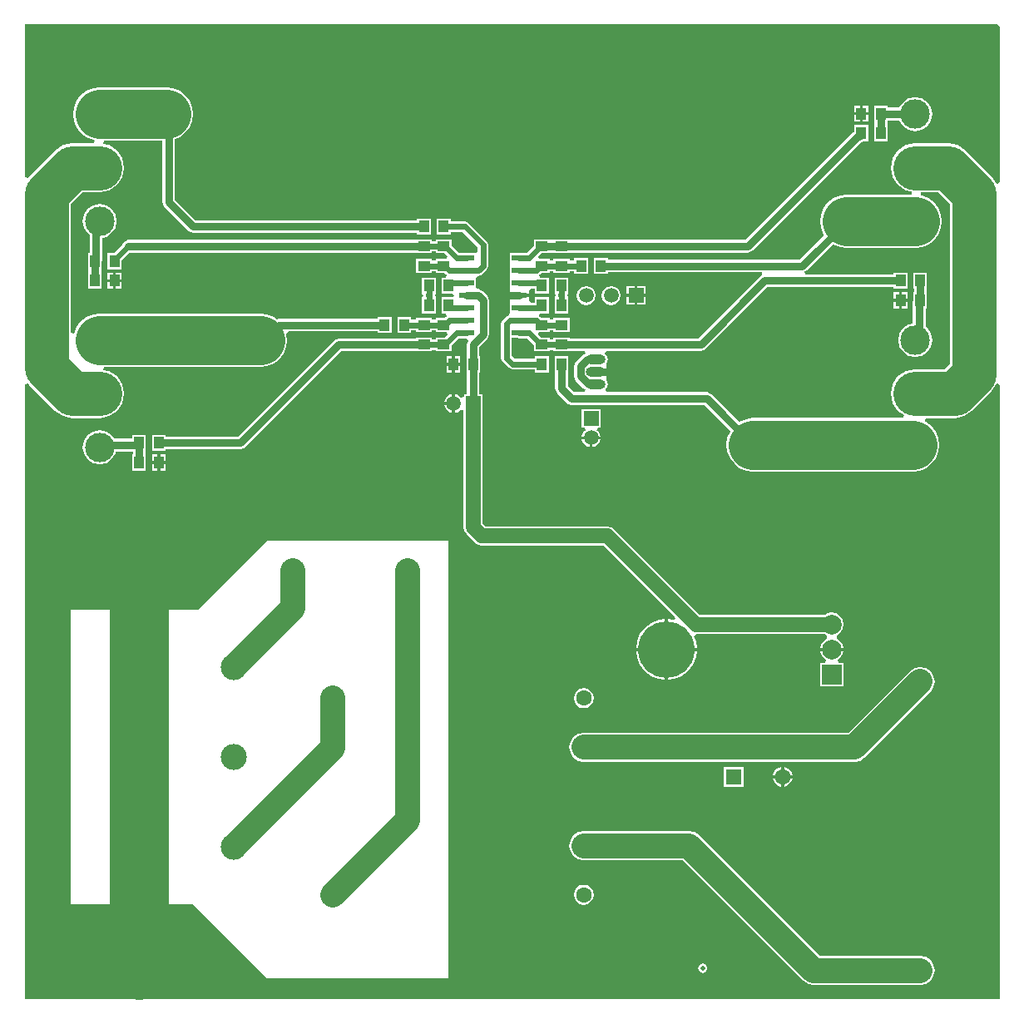
<source format=gtl>
G04*
G04 #@! TF.GenerationSoftware,Altium Limited,Altium Designer,20.0.10 (225)*
G04*
G04 Layer_Physical_Order=1*
G04 Layer_Color=255*
%FSLAX44Y44*%
%MOMM*%
G71*
G01*
G75*
%ADD12C,0.5000*%
%ADD26C,5.7500*%
%ADD32R,1.2500X1.0000*%
%ADD33R,1.0000X1.2500*%
%ADD34R,1.5500X0.6000*%
%ADD35C,6.0000*%
%ADD36C,0.8000*%
%ADD37C,2.5000*%
%ADD38C,0.6000*%
%ADD39C,5.0000*%
%ADD40C,4.5000*%
%ADD41C,1.5000*%
%ADD42C,1.6000*%
%ADD43C,1.5000*%
%ADD44R,1.5000X1.5000*%
%ADD45R,1.5000X1.5000*%
%ADD46O,2.0000X1.0000*%
%ADD47O,2.0000X1.0000*%
%ADD48C,2.0000*%
%ADD49R,1.6000X1.6000*%
%ADD50C,5.6000*%
%ADD51C,2.6500*%
%ADD52C,2.5000*%
%ADD53C,3.0000*%
%ADD54R,2.0000X2.0000*%
%ADD55C,0.7000*%
G36*
X995941Y993331D02*
Y835160D01*
X993159Y833376D01*
X992941Y833405D01*
X987663Y841303D01*
X961303Y867664D01*
X953199Y873079D01*
X943640Y874980D01*
X910000D01*
X900441Y873079D01*
X892337Y867664D01*
X886922Y859559D01*
X885020Y850000D01*
X886922Y840441D01*
X892337Y832337D01*
X900441Y826922D01*
X906416Y825733D01*
X906120Y822733D01*
X840500D01*
X833452Y821805D01*
X826883Y819084D01*
X821243Y814757D01*
X816916Y809117D01*
X814195Y802549D01*
X813267Y795500D01*
X814195Y788452D01*
X816916Y781884D01*
X817256Y781440D01*
X792310Y756494D01*
X597000D01*
Y758250D01*
X583000D01*
Y741750D01*
X597000D01*
Y743506D01*
X753769D01*
X754366Y740506D01*
X752153Y739589D01*
X689058Y676494D01*
X558250D01*
Y677000D01*
X541750D01*
Y675412D01*
X538250D01*
Y677000D01*
X529404D01*
X526175Y680228D01*
X527323Y683000D01*
X538250D01*
Y684588D01*
X541750D01*
Y683000D01*
X558250D01*
Y697000D01*
X541750D01*
Y695412D01*
X538250D01*
Y697000D01*
X529404D01*
X527977Y698427D01*
X527197Y698750D01*
X527793Y701750D01*
X537000D01*
Y718250D01*
X523000D01*
Y712712D01*
X518469D01*
X516750Y715000D01*
X516750Y715712D01*
Y718500D01*
X497250D01*
Y715300D01*
X497250Y715000D01*
Y712300D01*
X497250Y712000D01*
Y702950D01*
X497250Y702300D01*
X496466Y699625D01*
X493573Y698427D01*
X493573Y698427D01*
X490058Y694912D01*
X488473Y691085D01*
X488473Y691085D01*
Y656115D01*
X488473Y656115D01*
X490058Y652288D01*
X496173Y646173D01*
X496173Y646173D01*
X500000Y644588D01*
X500000Y644588D01*
X523000D01*
Y641750D01*
X537000D01*
Y658250D01*
X523000D01*
Y655412D01*
X502242D01*
X499297Y658356D01*
Y676900D01*
X506005D01*
X507000Y676488D01*
X514608D01*
X521750Y669346D01*
Y663000D01*
X538250D01*
Y664588D01*
X541750D01*
Y663000D01*
X558250D01*
Y663506D01*
X573698D01*
X574295Y660506D01*
X571166Y659210D01*
X564408Y652451D01*
X562506Y647859D01*
Y637744D01*
X564408Y633152D01*
X572169Y625390D01*
X574332Y624494D01*
X573736Y621494D01*
X562690D01*
X556494Y627690D01*
Y641750D01*
X557000D01*
Y658250D01*
X543000D01*
Y641750D01*
X543506D01*
Y625000D01*
X545408Y620408D01*
X555408Y610408D01*
X560000Y608506D01*
X695310D01*
X721756Y582060D01*
X721415Y581617D01*
X718695Y575048D01*
X717767Y568000D01*
X718695Y560952D01*
X721415Y554384D01*
X725743Y548743D01*
X731384Y544416D01*
X737952Y541695D01*
X745000Y540767D01*
X907500D01*
X914548Y541695D01*
X921117Y544416D01*
X926757Y548743D01*
X931085Y554384D01*
X933805Y560952D01*
X934733Y568000D01*
X933805Y575048D01*
X931085Y581617D01*
X926757Y587257D01*
X921117Y591585D01*
X920065Y592020D01*
X920662Y595020D01*
X950000D01*
X959559Y596922D01*
X967664Y602337D01*
X987663Y622337D01*
X992941Y630235D01*
X993159Y630263D01*
X995941Y628479D01*
Y4059D01*
X4059D01*
Y629325D01*
X7059Y630235D01*
X8087Y628697D01*
X34447Y602337D01*
X42551Y596922D01*
X52110Y595020D01*
X80000D01*
X89559Y596922D01*
X97664Y602337D01*
X103079Y610441D01*
X104980Y620000D01*
X103079Y629560D01*
X97664Y637664D01*
X89559Y643079D01*
X83585Y644267D01*
X83880Y647267D01*
X243500D01*
X250548Y648195D01*
X257116Y650916D01*
X262757Y655243D01*
X267084Y660883D01*
X269805Y667452D01*
X270733Y674500D01*
X269942Y680506D01*
X271875Y683506D01*
X363000D01*
Y681750D01*
X377000D01*
Y698250D01*
X363000D01*
Y696494D01*
X262000D01*
X260174Y695738D01*
X257116Y698084D01*
X250548Y700805D01*
X243500Y701733D01*
X80000D01*
X72952Y700805D01*
X66384Y698084D01*
X60743Y693757D01*
X56416Y688117D01*
X53695Y681548D01*
X50730Y681956D01*
Y813293D01*
X62457Y825020D01*
X80000D01*
X89559Y826922D01*
X97664Y832337D01*
X103079Y840441D01*
X104980Y850000D01*
X103079Y859559D01*
X97664Y867664D01*
X89559Y873079D01*
X83585Y874267D01*
X83880Y877267D01*
X143506D01*
Y815000D01*
X145408Y810408D01*
X170408Y785408D01*
X175000Y783506D01*
X403000D01*
Y781750D01*
X417000D01*
Y798250D01*
X403000D01*
Y796494D01*
X177690D01*
X156494Y817690D01*
Y879001D01*
X161117Y880916D01*
X166757Y885243D01*
X171084Y890883D01*
X173805Y897452D01*
X174733Y904500D01*
X173805Y911548D01*
X171084Y918117D01*
X166757Y923757D01*
X161117Y928084D01*
X154548Y930805D01*
X147500Y931733D01*
X80000D01*
X72952Y930805D01*
X66384Y928084D01*
X60743Y923757D01*
X56416Y918117D01*
X53695Y911548D01*
X52767Y904500D01*
X53695Y897452D01*
X56416Y890883D01*
X60743Y885243D01*
X66384Y880916D01*
X72952Y878195D01*
X74584Y877980D01*
X74387Y874980D01*
X52110D01*
X42551Y873079D01*
X34447Y867664D01*
X8087Y841303D01*
X6930Y839572D01*
X4059Y840443D01*
Y995941D01*
X992941Y995941D01*
X995941Y993331D01*
D02*
G37*
G36*
X945020Y813293D02*
Y760400D01*
Y709600D01*
Y650347D01*
X939653Y644980D01*
X910000D01*
X900441Y643079D01*
X892337Y637664D01*
X886922Y629560D01*
X885020Y620000D01*
X886922Y610441D01*
X892337Y602337D01*
X898478Y598233D01*
X897568Y595233D01*
X745000D01*
X737952Y594305D01*
X731384Y591585D01*
X730940Y591244D01*
X702592Y619592D01*
X698000Y621494D01*
X595868D01*
X594958Y624494D01*
X595047Y624553D01*
X596594Y626869D01*
X597137Y629600D01*
X596594Y632331D01*
X595509Y633954D01*
X595229Y635950D01*
X595509Y637946D01*
X596594Y639569D01*
X596839Y640800D01*
X585000D01*
Y643800D01*
X596839D01*
X596594Y645031D01*
X595509Y646654D01*
X595229Y648650D01*
X595509Y650646D01*
X596594Y652269D01*
X597137Y655000D01*
X596594Y657731D01*
X595047Y660047D01*
X594360Y660506D01*
X595270Y663506D01*
X691748D01*
X696341Y665408D01*
X759435Y728503D01*
X887994D01*
Y726747D01*
X901994D01*
Y743247D01*
X887994D01*
Y741491D01*
X797976D01*
X797379Y744491D01*
X799592Y745408D01*
X826440Y772256D01*
X826883Y771916D01*
X833452Y769195D01*
X840500Y768267D01*
X910000D01*
X917048Y769195D01*
X923617Y771916D01*
X929257Y776243D01*
X933585Y781884D01*
X936305Y788452D01*
X937233Y795500D01*
X936305Y802549D01*
X933585Y809117D01*
X929257Y814757D01*
X923617Y819084D01*
X917048Y821805D01*
X915416Y822020D01*
X915612Y825020D01*
X933292D01*
X945020Y813293D01*
D02*
G37*
%LPC*%
G36*
X246500Y978937D02*
Y968500D01*
X256937D01*
X256304Y971682D01*
X253652Y975651D01*
X249682Y978304D01*
X246500Y978937D01*
D02*
G37*
G36*
X243500D02*
X240318Y978304D01*
X236348Y975651D01*
X233696Y971682D01*
X233063Y968500D01*
X243500D01*
Y978937D01*
D02*
G37*
G36*
Y965500D02*
X233063D01*
X233696Y962318D01*
X236348Y958348D01*
X240318Y955696D01*
X243500Y955063D01*
Y965500D01*
D02*
G37*
G36*
X256937D02*
X246500D01*
Y955063D01*
X249682Y955696D01*
X253652Y958348D01*
X256304Y962318D01*
X256937Y965500D01*
D02*
G37*
G36*
X910000Y921833D02*
X903367Y920514D01*
X897744Y916756D01*
X894062Y911247D01*
X881997D01*
Y913255D01*
X867997D01*
Y896755D01*
X868504D01*
Y893250D01*
X868000D01*
Y876750D01*
X882000D01*
Y893250D01*
X881493D01*
Y896755D01*
X881997D01*
Y898258D01*
X893909D01*
X893987Y897867D01*
X897744Y892244D01*
X903367Y888486D01*
X910000Y887167D01*
X916633Y888486D01*
X922256Y892244D01*
X926014Y897867D01*
X927333Y904500D01*
X926014Y911133D01*
X922256Y916756D01*
X916633Y920514D01*
X910000Y921833D01*
D02*
G37*
G36*
X861997Y913255D02*
X856497D01*
Y906505D01*
X861997D01*
Y913255D01*
D02*
G37*
G36*
X853497D02*
X847997D01*
Y906505D01*
X853497D01*
Y913255D01*
D02*
G37*
G36*
X861997Y903505D02*
X856497D01*
Y896755D01*
X861997D01*
Y903505D01*
D02*
G37*
G36*
X853497D02*
X847997D01*
Y896755D01*
X853497D01*
Y903505D01*
D02*
G37*
G36*
X746500Y873937D02*
Y863500D01*
X756937D01*
X756304Y866682D01*
X753652Y870652D01*
X749682Y873304D01*
X746500Y873937D01*
D02*
G37*
G36*
X743500Y873937D02*
X740318Y873304D01*
X736348Y870652D01*
X733696Y866682D01*
X733063Y863500D01*
X743500D01*
Y873937D01*
D02*
G37*
G36*
Y860500D02*
X733063D01*
X733696Y857318D01*
X736348Y853349D01*
X740318Y850696D01*
X743500Y850063D01*
Y860500D01*
D02*
G37*
G36*
X756937D02*
X746500D01*
Y850063D01*
X749682Y850696D01*
X753652Y853349D01*
X756304Y857318D01*
X756937Y860500D01*
D02*
G37*
G36*
X862000Y893250D02*
X848000D01*
Y886691D01*
X847158Y886342D01*
X737310Y776494D01*
X558250D01*
Y777000D01*
X541750D01*
Y776494D01*
X538250D01*
Y777000D01*
X521750D01*
Y770654D01*
X514608Y763512D01*
X507000D01*
X506005Y763100D01*
X497250D01*
Y753100D01*
X497250D01*
Y750400D01*
X497250D01*
Y740700D01*
X497250Y740400D01*
Y737700D01*
X497250Y737400D01*
Y728000D01*
X497250Y727700D01*
Y725000D01*
X497250Y724700D01*
Y721500D01*
X507000D01*
X516750D01*
Y724288D01*
X516750Y725000D01*
X518469Y727288D01*
X523003D01*
Y721745D01*
X537003D01*
Y738245D01*
X527781D01*
X527184Y741245D01*
X527977Y741573D01*
X529404Y743000D01*
X538250D01*
Y744588D01*
X541750D01*
Y743000D01*
X558250D01*
Y744588D01*
X563000D01*
Y741750D01*
X577000D01*
Y758250D01*
X563000D01*
Y755412D01*
X558250D01*
Y757000D01*
X541750D01*
Y755412D01*
X538250D01*
Y757000D01*
X527323D01*
X526175Y759772D01*
X529404Y763000D01*
X538250D01*
Y763506D01*
X541750D01*
Y763000D01*
X558250D01*
Y763506D01*
X740000D01*
X744592Y765408D01*
X855458Y876274D01*
X856608Y876750D01*
X862000D01*
Y893250D01*
D02*
G37*
G36*
X437000Y798250D02*
X423000D01*
Y781750D01*
X437000D01*
Y784588D01*
X449244D01*
X464588Y769243D01*
Y765339D01*
X462750Y763100D01*
X453995D01*
X453000Y763512D01*
X445392D01*
X438250Y770654D01*
Y777000D01*
X421750D01*
Y775412D01*
X418250D01*
Y777000D01*
X401750D01*
Y776494D01*
X108750D01*
X104158Y774592D01*
X103076Y771979D01*
X94346Y763250D01*
X88000D01*
Y746750D01*
X102000D01*
Y755596D01*
X109909Y763506D01*
X401750D01*
Y763000D01*
X418250D01*
Y764588D01*
X421750D01*
Y763000D01*
X430596D01*
X433825Y759772D01*
X432677Y757000D01*
X421750D01*
Y755412D01*
X418250D01*
Y757000D01*
X401750D01*
Y743000D01*
X418250D01*
Y744588D01*
X421750D01*
Y743000D01*
X430596D01*
X432023Y741573D01*
X432023Y741573D01*
X432803Y741250D01*
X432207Y738250D01*
X428000D01*
Y721750D01*
X439403D01*
X440413Y720000D01*
X439403Y718250D01*
X428000D01*
Y701750D01*
X432207D01*
X432803Y698750D01*
X432023Y698427D01*
X432023Y698427D01*
X430596Y697000D01*
X421750D01*
Y695412D01*
X418250D01*
Y697000D01*
X401750D01*
Y695412D01*
X397000D01*
Y698250D01*
X383000D01*
Y681750D01*
X397000D01*
Y684588D01*
X401750D01*
Y683000D01*
X418250D01*
Y684588D01*
X421750D01*
Y683000D01*
X432677D01*
X433825Y680228D01*
X430596Y677000D01*
X421750D01*
Y675412D01*
X418250D01*
Y677000D01*
X401750D01*
Y676494D01*
X323250D01*
X318658Y674592D01*
X220560Y576494D01*
X147000D01*
Y578250D01*
X133000D01*
Y561750D01*
X147000D01*
Y563506D01*
X223250D01*
X227842Y565408D01*
X325940Y663506D01*
X401750D01*
Y663000D01*
X418250D01*
Y664588D01*
X421750D01*
Y663000D01*
X438250D01*
Y669346D01*
X445392Y676488D01*
X453000D01*
X453021Y676497D01*
X454819Y674357D01*
X454967Y673900D01*
X453506Y670372D01*
Y658250D01*
X453000D01*
Y641750D01*
X453506D01*
Y619500D01*
X450500D01*
Y616785D01*
X447500Y615875D01*
X446849Y616849D01*
X443707Y618949D01*
X441500Y619388D01*
Y610000D01*
Y600612D01*
X443707Y601051D01*
X446849Y603151D01*
X447314Y603847D01*
X450314Y602937D01*
Y483787D01*
X450314Y483787D01*
X451051Y480080D01*
X453151Y476938D01*
X461938Y468151D01*
X461938Y468151D01*
X465080Y466051D01*
X468787Y465314D01*
X468787Y465314D01*
X592811D01*
X666212Y391913D01*
X664260Y389623D01*
X658220Y390418D01*
Y361100D01*
X687538D01*
X686678Y367627D01*
X684576Y372702D01*
X686734Y375332D01*
X686824Y375314D01*
X686824Y375314D01*
X817897D01*
X820011Y373901D01*
X820175Y372300D01*
X820011Y370699D01*
X816348Y368251D01*
X813696Y364282D01*
X813063Y361100D01*
X825000D01*
X836937D01*
X836304Y364282D01*
X833652Y368251D01*
X829989Y370699D01*
X829825Y372300D01*
X829989Y373901D01*
X833652Y376348D01*
X836304Y380318D01*
X837235Y385000D01*
X836304Y389682D01*
X833652Y393652D01*
X829682Y396304D01*
X825000Y397235D01*
X820318Y396304D01*
X817897Y394686D01*
X690836D01*
X603673Y481849D01*
X600530Y483949D01*
X596824Y484686D01*
X596823Y484686D01*
X472799D01*
X469686Y487799D01*
Y610000D01*
X469686Y610000D01*
X469500Y610936D01*
Y619500D01*
X466494D01*
Y641750D01*
X467000D01*
Y658250D01*
X466494D01*
Y667682D01*
X474592Y675780D01*
X476494Y680372D01*
Y715314D01*
X474592Y719906D01*
X469906Y724592D01*
X465314Y726494D01*
X465251D01*
X462750Y727700D01*
X462750Y729494D01*
Y736988D01*
X462750Y737700D01*
X464469Y739988D01*
X465400D01*
X465400Y739988D01*
X469227Y741573D01*
X473827Y746173D01*
X473827Y746173D01*
X475412Y750000D01*
X475412Y750000D01*
Y771485D01*
X475412Y771485D01*
X473827Y775312D01*
X455312Y793827D01*
X451485Y795412D01*
X451485Y795412D01*
X437000D01*
Y798250D01*
D02*
G37*
G36*
X102010Y743253D02*
X96510D01*
Y736503D01*
X102010D01*
Y743253D01*
D02*
G37*
G36*
X93510D02*
X88010D01*
Y736503D01*
X93510D01*
Y743253D01*
D02*
G37*
G36*
X102010Y733503D02*
X96510D01*
Y726753D01*
X102010D01*
Y733503D01*
D02*
G37*
G36*
X93510D02*
X88010D01*
Y726753D01*
X93510D01*
Y733503D01*
D02*
G37*
G36*
X80000Y812833D02*
X73367Y811514D01*
X67744Y807756D01*
X63986Y802133D01*
X62667Y795500D01*
X63986Y788867D01*
X67744Y783244D01*
X69506Y782066D01*
Y763250D01*
X68000D01*
Y746750D01*
X68511D01*
Y743253D01*
X68010D01*
Y726753D01*
X82010D01*
Y743253D01*
X81499D01*
Y746750D01*
X82000D01*
Y754807D01*
X82494Y756000D01*
Y778663D01*
X86633Y779486D01*
X92256Y783244D01*
X96014Y788867D01*
X97333Y795500D01*
X96014Y802133D01*
X92256Y807756D01*
X86633Y811514D01*
X80000Y812833D01*
D02*
G37*
G36*
X635300Y729500D02*
X627300D01*
Y721500D01*
X635300D01*
Y729500D01*
D02*
G37*
G36*
X624300D02*
X616300D01*
Y721500D01*
X624300D01*
Y729500D01*
D02*
G37*
G36*
X635300Y718500D02*
X627300D01*
Y710500D01*
X635300D01*
Y718500D01*
D02*
G37*
G36*
X624300D02*
X616300D01*
Y710500D01*
X624300D01*
Y718500D01*
D02*
G37*
G36*
X600400Y729686D02*
X596693Y728949D01*
X593551Y726849D01*
X591451Y723707D01*
X590714Y720000D01*
X591451Y716293D01*
X593551Y713151D01*
X596693Y711051D01*
X600400Y710314D01*
X604107Y711051D01*
X607249Y713151D01*
X609349Y716293D01*
X610086Y720000D01*
X609349Y723707D01*
X607249Y726849D01*
X604107Y728949D01*
X600400Y729686D01*
D02*
G37*
G36*
X575000D02*
X571293Y728949D01*
X568151Y726849D01*
X566051Y723707D01*
X565314Y720000D01*
X566051Y716293D01*
X568151Y713151D01*
X571293Y711051D01*
X575000Y710314D01*
X578707Y711051D01*
X581849Y713151D01*
X583949Y716293D01*
X584686Y720000D01*
X583949Y723707D01*
X581849Y726849D01*
X578707Y728949D01*
X575000Y729686D01*
D02*
G37*
G36*
X557003Y738245D02*
X543003D01*
Y721745D01*
X543003D01*
X544048Y719997D01*
X543000Y718250D01*
X543000D01*
Y701750D01*
X557000D01*
Y718250D01*
X557000D01*
X555955Y719997D01*
X557003Y721745D01*
X557003D01*
Y738245D01*
D02*
G37*
G36*
X422000Y738250D02*
X408000D01*
Y721750D01*
X408000D01*
X409047Y720000D01*
X408000Y718250D01*
X408000D01*
Y701750D01*
X422000D01*
Y718250D01*
X422000D01*
X420953Y720000D01*
X422000Y721750D01*
X422000D01*
Y738250D01*
D02*
G37*
G36*
X447000Y658250D02*
X441500D01*
Y651500D01*
X447000D01*
Y658250D01*
D02*
G37*
G36*
X438500D02*
X433000D01*
Y651500D01*
X438500D01*
Y658250D01*
D02*
G37*
G36*
X447000Y648500D02*
X441500D01*
Y641750D01*
X447000D01*
Y648500D01*
D02*
G37*
G36*
X438500D02*
X433000D01*
Y641750D01*
X438500D01*
Y648500D01*
D02*
G37*
G36*
X151500Y624937D02*
Y614500D01*
X161937D01*
X161304Y617682D01*
X158652Y621651D01*
X154682Y624304D01*
X151500Y624937D01*
D02*
G37*
G36*
X148500Y624937D02*
X145318Y624304D01*
X141348Y621651D01*
X138696Y617682D01*
X138063Y614500D01*
X148500D01*
Y624937D01*
D02*
G37*
G36*
X438500Y619388D02*
X436293Y618949D01*
X433151Y616849D01*
X431051Y613707D01*
X430612Y611500D01*
X438500D01*
Y619388D01*
D02*
G37*
G36*
X161937Y611500D02*
X151500D01*
Y601063D01*
X154682Y601696D01*
X158652Y604348D01*
X161304Y608318D01*
X161937Y611500D01*
D02*
G37*
G36*
X148500D02*
X138063D01*
X138696Y608318D01*
X141348Y604348D01*
X145318Y601696D01*
X148500Y601063D01*
Y611500D01*
D02*
G37*
G36*
X438500Y608500D02*
X430612D01*
X431051Y606293D01*
X433151Y603151D01*
X436293Y601051D01*
X438500Y600612D01*
Y608500D01*
D02*
G37*
G36*
X589500Y604500D02*
X570500D01*
Y585500D01*
X573215D01*
X574125Y582500D01*
X573151Y581849D01*
X571051Y578707D01*
X570612Y576500D01*
X580000D01*
X589388D01*
X588949Y578707D01*
X586849Y581849D01*
X585875Y582500D01*
X586785Y585500D01*
X589500D01*
Y604500D01*
D02*
G37*
G36*
X589388Y573500D02*
X581500D01*
Y565612D01*
X583707Y566051D01*
X586849Y568151D01*
X588949Y571293D01*
X589388Y573500D01*
D02*
G37*
G36*
X578500D02*
X570612D01*
X571051Y571293D01*
X573151Y568151D01*
X576293Y566051D01*
X578500Y565612D01*
Y573500D01*
D02*
G37*
G36*
X147000Y558250D02*
X141500D01*
Y551500D01*
X147000D01*
Y558250D01*
D02*
G37*
G36*
X138500D02*
X133000D01*
Y551500D01*
X138500D01*
Y558250D01*
D02*
G37*
G36*
X147000Y548500D02*
X141500D01*
Y541750D01*
X147000D01*
Y548500D01*
D02*
G37*
G36*
X138500D02*
X133000D01*
Y541750D01*
X138500D01*
Y548500D01*
D02*
G37*
G36*
X80000Y582833D02*
X73367Y581514D01*
X67744Y577756D01*
X63986Y572133D01*
X62667Y565500D01*
X63986Y558867D01*
X67744Y553244D01*
X73367Y549486D01*
X80000Y548167D01*
X86633Y549486D01*
X92256Y553244D01*
X96014Y558867D01*
X96489Y561256D01*
X113506D01*
Y558250D01*
X113000D01*
Y541750D01*
X127000D01*
Y558250D01*
X126494D01*
Y561750D01*
X127000D01*
Y578250D01*
X113000D01*
Y574244D01*
X94603D01*
X92256Y577756D01*
X86633Y581514D01*
X80000Y582833D01*
D02*
G37*
G36*
X841500Y512937D02*
Y502500D01*
X851937D01*
X851304Y505682D01*
X848652Y509652D01*
X844682Y512304D01*
X841500Y512937D01*
D02*
G37*
G36*
X838500Y512937D02*
X835318Y512304D01*
X831348Y509652D01*
X828696Y505682D01*
X828063Y502500D01*
X838500D01*
Y512937D01*
D02*
G37*
G36*
X971500Y515486D02*
Y502500D01*
X984485D01*
X983659Y506658D01*
X980454Y511454D01*
X975657Y514659D01*
X971500Y515486D01*
D02*
G37*
G36*
X968500D02*
X964342Y514659D01*
X959546Y511454D01*
X956341Y506658D01*
X955514Y502500D01*
X968500D01*
Y515486D01*
D02*
G37*
G36*
X838500Y499500D02*
X828063D01*
X828696Y496318D01*
X831348Y492349D01*
X835318Y489696D01*
X838500Y489063D01*
Y499500D01*
D02*
G37*
G36*
X851937D02*
X841500D01*
Y489063D01*
X844682Y489696D01*
X848652Y492349D01*
X851304Y496318D01*
X851937Y499500D01*
D02*
G37*
G36*
X984485Y499500D02*
X971500D01*
Y486514D01*
X975657Y487341D01*
X980454Y490546D01*
X983659Y495342D01*
X984485Y499500D01*
D02*
G37*
G36*
X968500D02*
X955514D01*
X956341Y495342D01*
X959546Y490546D01*
X964342Y487341D01*
X968500Y486514D01*
Y499500D01*
D02*
G37*
G36*
X971500Y464686D02*
Y451700D01*
X984485D01*
X983659Y455858D01*
X980454Y460654D01*
X975657Y463859D01*
X971500Y464686D01*
D02*
G37*
G36*
X968500D02*
X964342Y463859D01*
X959546Y460654D01*
X956341Y455858D01*
X955514Y451700D01*
X968500D01*
Y464686D01*
D02*
G37*
G36*
X984485Y448700D02*
X971500D01*
Y435714D01*
X975657Y436541D01*
X980454Y439746D01*
X983659Y444542D01*
X984485Y448700D01*
D02*
G37*
G36*
X968500D02*
X955514D01*
X956341Y444542D01*
X959546Y439746D01*
X964342Y436541D01*
X968500Y435714D01*
Y448700D01*
D02*
G37*
G36*
X121500Y455061D02*
Y426500D01*
X150061D01*
X149228Y432832D01*
X146205Y440129D01*
X141396Y446396D01*
X135129Y451205D01*
X127832Y454228D01*
X121500Y455061D01*
D02*
G37*
G36*
X118500D02*
X112168Y454228D01*
X104871Y451205D01*
X98604Y446396D01*
X93795Y440129D01*
X90772Y432832D01*
X89939Y426500D01*
X118500D01*
Y455061D01*
D02*
G37*
G36*
X435000Y470000D02*
X250000D01*
X180000Y400000D01*
X141366D01*
X140402Y402841D01*
X141396Y403604D01*
X146205Y409871D01*
X149228Y417168D01*
X150061Y423500D01*
X120000D01*
X89939D01*
X90772Y417168D01*
X93795Y409871D01*
X98604Y403604D01*
X99598Y402841D01*
X98634Y400000D01*
X50000D01*
Y100000D01*
X98634D01*
X99598Y97159D01*
X98604Y96396D01*
X93795Y90129D01*
X90772Y82832D01*
X89939Y76500D01*
X120000D01*
X150061D01*
X149228Y82832D01*
X146205Y90129D01*
X141396Y96396D01*
X140402Y97159D01*
X141366Y100000D01*
X175000D01*
X250000Y25000D01*
X396790D01*
X396878Y24848D01*
X435000Y25000D01*
Y470000D01*
D02*
G37*
G36*
X655220Y390418D02*
X648693Y389558D01*
X641212Y386460D01*
X634789Y381531D01*
X629860Y375108D01*
X626762Y367627D01*
X625902Y361100D01*
X655220D01*
Y390418D01*
D02*
G37*
G36*
Y358100D02*
X625902D01*
X626762Y351573D01*
X629860Y344092D01*
X634789Y337669D01*
X641212Y332740D01*
X648693Y329641D01*
X655220Y328782D01*
Y358100D01*
D02*
G37*
G36*
X687538D02*
X658220D01*
Y328782D01*
X664747Y329641D01*
X672228Y332740D01*
X678651Y337669D01*
X683580Y344092D01*
X686678Y351573D01*
X687538Y358100D01*
D02*
G37*
G36*
X836937Y358100D02*
X825000D01*
X813063D01*
X813696Y354918D01*
X816348Y350948D01*
X818965Y349200D01*
X818055Y346200D01*
X813000D01*
Y322200D01*
X837000D01*
Y346200D01*
X831945D01*
X831035Y349200D01*
X833652Y350948D01*
X836304Y354918D01*
X836937Y358100D01*
D02*
G37*
G36*
X572500Y320196D02*
X568598Y319420D01*
X565290Y317210D01*
X563080Y313902D01*
X562304Y310000D01*
X563080Y306098D01*
X565290Y302791D01*
X568598Y300580D01*
X572500Y299804D01*
X576402Y300580D01*
X579710Y302791D01*
X581920Y306098D01*
X582696Y310000D01*
X581920Y313902D01*
X579710Y317210D01*
X576402Y319420D01*
X572500Y320196D01*
D02*
G37*
G36*
X915000Y341784D02*
X909342Y340659D01*
X904546Y337454D01*
X841876Y274784D01*
X572500D01*
X566842Y273659D01*
X562046Y270454D01*
X558841Y265658D01*
X557716Y260000D01*
X558841Y254342D01*
X562046Y249546D01*
X566842Y246341D01*
X572500Y245216D01*
X848000D01*
X848000Y245216D01*
X853658Y246341D01*
X858454Y249546D01*
X925454Y316546D01*
X928659Y321342D01*
X929784Y327000D01*
X928659Y332658D01*
X925454Y337454D01*
X920658Y340659D01*
X915000Y341784D01*
D02*
G37*
G36*
X776500Y239897D02*
Y231500D01*
X784898D01*
X784420Y233902D01*
X782210Y237210D01*
X778902Y239420D01*
X776500Y239897D01*
D02*
G37*
G36*
X773500D02*
X771098Y239420D01*
X767790Y237210D01*
X765580Y233902D01*
X765102Y231500D01*
X773500D01*
Y239897D01*
D02*
G37*
G36*
X784898Y228500D02*
X776500D01*
Y220103D01*
X778902Y220580D01*
X782210Y222790D01*
X784420Y226098D01*
X784898Y228500D01*
D02*
G37*
G36*
X773500D02*
X765102D01*
X765580Y226098D01*
X767790Y222790D01*
X771098Y220580D01*
X773500Y220103D01*
Y228500D01*
D02*
G37*
G36*
X735000Y240000D02*
X715000D01*
Y220000D01*
X735000D01*
Y240000D01*
D02*
G37*
G36*
X572500Y120196D02*
X568598Y119420D01*
X565290Y117210D01*
X563080Y113902D01*
X562304Y110000D01*
X563080Y106098D01*
X565290Y102790D01*
X568598Y100580D01*
X572500Y99804D01*
X576402Y100580D01*
X579710Y102790D01*
X581920Y106098D01*
X582696Y110000D01*
X581920Y113902D01*
X579710Y117210D01*
X576402Y119420D01*
X572500Y120196D01*
D02*
G37*
G36*
X118500Y73500D02*
X89939D01*
X90772Y67168D01*
X93795Y59871D01*
X98604Y53604D01*
X104871Y48795D01*
X112168Y45772D01*
X118500Y44939D01*
Y73500D01*
D02*
G37*
G36*
X150061D02*
X121500D01*
Y44939D01*
X127832Y45772D01*
X135129Y48795D01*
X141396Y53604D01*
X146205Y59871D01*
X149228Y67168D01*
X150061Y73500D01*
D02*
G37*
G36*
X693500Y39871D02*
X690056Y38444D01*
X688629Y35000D01*
X690056Y31556D01*
X693500Y30129D01*
X696944Y31556D01*
X698371Y35000D01*
X696944Y38444D01*
X696944D01*
X693500Y39871D01*
D02*
G37*
G36*
X679709Y174784D02*
X679709Y174784D01*
X572500D01*
X566842Y173659D01*
X562046Y170454D01*
X558841Y165658D01*
X557716Y160000D01*
X558841Y154342D01*
X562046Y149546D01*
X566842Y146341D01*
X572500Y145216D01*
X673585D01*
X796255Y22546D01*
X796255Y22546D01*
X801051Y19341D01*
X806709Y18216D01*
X806709Y18216D01*
X915000D01*
X920658Y19341D01*
X925454Y22546D01*
X928659Y27342D01*
X929784Y33000D01*
X928659Y38658D01*
X925454Y43454D01*
X920658Y46659D01*
X915000Y47784D01*
X812833D01*
X690163Y170454D01*
X685367Y173659D01*
X679709Y174784D01*
D02*
G37*
G36*
X902000Y723250D02*
X896500D01*
Y716500D01*
X902000D01*
Y723250D01*
D02*
G37*
G36*
X893500D02*
X888000D01*
Y716500D01*
X893500D01*
Y723250D01*
D02*
G37*
G36*
X902000Y713500D02*
X896500D01*
Y706750D01*
X902000D01*
Y713500D01*
D02*
G37*
G36*
X893500D02*
X888000D01*
Y706750D01*
X893500D01*
Y713500D01*
D02*
G37*
G36*
X921994Y743247D02*
X907994D01*
Y726747D01*
X908503D01*
Y723250D01*
X908000D01*
Y715193D01*
X907506Y714000D01*
Y691337D01*
X903367Y690514D01*
X897744Y686756D01*
X893987Y681133D01*
X892667Y674500D01*
X893987Y667867D01*
X897744Y662244D01*
X903367Y658486D01*
X910000Y657167D01*
X916633Y658486D01*
X922256Y662244D01*
X926014Y667867D01*
X927333Y674500D01*
X926014Y681133D01*
X922256Y686756D01*
X920494Y687934D01*
Y706750D01*
X922000D01*
Y723250D01*
X921491D01*
Y726747D01*
X921994D01*
Y743247D01*
D02*
G37*
%LPD*%
D12*
X693500Y35000D02*
X693500Y35000D01*
D26*
X656720Y359600D02*
D03*
D32*
X550000Y770000D02*
D03*
Y750000D02*
D03*
X530000Y770000D02*
D03*
Y750000D02*
D03*
Y670000D02*
D03*
Y690000D02*
D03*
X550000Y670000D02*
D03*
Y690000D02*
D03*
X430000Y670000D02*
D03*
Y690000D02*
D03*
X410000D02*
D03*
Y670000D02*
D03*
X430000Y770000D02*
D03*
Y750000D02*
D03*
X410000Y770000D02*
D03*
Y750000D02*
D03*
D33*
X590000D02*
D03*
X570000D02*
D03*
X530003Y729995D02*
D03*
X550003D02*
D03*
X530000Y710000D02*
D03*
X550000D02*
D03*
X550000Y650000D02*
D03*
X530000D02*
D03*
X410000Y790000D02*
D03*
X430000D02*
D03*
X435000Y730000D02*
D03*
X415000D02*
D03*
X435000Y710000D02*
D03*
X415000D02*
D03*
X440000Y650000D02*
D03*
X460000D02*
D03*
X874997Y905005D02*
D03*
X854997D02*
D03*
X875000Y885000D02*
D03*
X855000D02*
D03*
X914994Y734997D02*
D03*
X894994D02*
D03*
X915000Y715000D02*
D03*
X895000D02*
D03*
X120000Y570000D02*
D03*
X140000D02*
D03*
X120000Y550000D02*
D03*
X140000D02*
D03*
X75000Y755000D02*
D03*
X95000D02*
D03*
X75010Y735003D02*
D03*
X95010D02*
D03*
X370000Y690000D02*
D03*
X390000D02*
D03*
D34*
X453000Y758100D02*
D03*
Y745400D02*
D03*
Y732700D02*
D03*
Y720000D02*
D03*
Y707300D02*
D03*
Y694600D02*
D03*
Y681900D02*
D03*
X507000Y758100D02*
D03*
Y745400D02*
D03*
Y732700D02*
D03*
Y720000D02*
D03*
Y707300D02*
D03*
Y694600D02*
D03*
Y681900D02*
D03*
D35*
X120000Y33250D02*
Y75000D01*
Y425000D02*
Y465000D01*
Y75000D02*
Y425000D01*
X702000Y862000D02*
X745000D01*
X700000Y860000D02*
X702000Y862000D01*
X245000Y905000D02*
Y962000D01*
X150000Y613000D02*
X177000D01*
X180000Y610000D01*
X965000Y450200D02*
Y501000D01*
X840000Y501000D02*
X965000D01*
D36*
X585000Y642300D02*
X622700D01*
X625000Y640000D01*
X485000Y720000D02*
X507000D01*
X965000Y501000D02*
X965000Y501000D01*
X323250Y670000D02*
X410000D01*
X223250Y570000D02*
X323250Y670000D01*
X140000Y570000D02*
X223250D01*
X120000Y550000D02*
Y569750D01*
Y570000D01*
X118000Y567750D02*
X120000Y569750D01*
X82250Y567750D02*
X118000D01*
X80000Y565500D02*
X82250Y567750D01*
X262000Y690000D02*
X370000D01*
X108750Y770000D02*
X410000D01*
X150000Y815000D02*
Y907000D01*
X175000Y790000D02*
X410000D01*
X150000Y815000D02*
X175000Y790000D01*
X75000Y755000D02*
X76000Y756000D01*
Y791500D01*
X80000Y795500D01*
X75005Y735008D02*
X75010Y735003D01*
X75005Y735008D02*
Y754995D01*
X75000Y755000D02*
X75005Y754995D01*
X550000Y670000D02*
X691748D01*
X756745Y734997D01*
X894994D01*
X698000Y615000D02*
X745000Y568000D01*
X560000Y615000D02*
X698000D01*
X550000Y625000D02*
Y650000D01*
Y625000D02*
X560000Y615000D01*
X590000Y750000D02*
X795000D01*
X840000Y795000D01*
X550000Y770000D02*
X740000D01*
X530000D02*
X550000D01*
X740000D02*
X851750Y881750D01*
X855000Y883750D02*
Y885000D01*
X853000Y881750D02*
X855000Y883750D01*
X851750Y881750D02*
X853000D01*
X874998Y905003D02*
X875249Y904753D01*
X874997Y905005D02*
X874998Y905003D01*
Y885002D02*
Y905003D01*
Y885002D02*
X875000Y885000D01*
X909748Y904753D02*
X910000Y904500D01*
X875249Y904753D02*
X909748D01*
X910000Y674500D02*
X914000Y678500D01*
Y714000D01*
X915000Y715000D01*
X914997Y715003D02*
X915000Y715000D01*
X914997Y715003D02*
Y734994D01*
X914994Y734997D02*
X914997Y734994D01*
X460000Y610000D02*
Y650000D01*
X460000Y650000D02*
X460000Y650000D01*
X453000Y720000D02*
X465314D01*
X460000Y650000D02*
Y670372D01*
X470000Y680372D01*
Y715314D01*
X465314Y720000D02*
X470000Y715314D01*
X578661Y576339D02*
X580000Y575000D01*
X575758Y654617D02*
X584617D01*
X584617Y629983D02*
X585000Y629600D01*
X576761Y629983D02*
X584617D01*
X569000Y637744D02*
X576761Y629983D01*
X569000Y637744D02*
Y647859D01*
X575758Y654617D01*
X584617D02*
X585000Y655000D01*
X528750Y770000D02*
X530000D01*
D37*
X276750Y401650D02*
Y440000D01*
X216500Y341400D02*
X276750Y401650D01*
X848000Y260000D02*
X915000Y327000D01*
X572500Y260000D02*
X848000D01*
X572500Y160000D02*
X679709D01*
X806709Y33000D01*
X915000D01*
X393250Y185750D02*
Y440000D01*
X317500Y110000D02*
X393250Y185750D01*
X317500Y259600D02*
Y310000D01*
X216500Y158600D02*
X317500Y259600D01*
D38*
X245000Y673000D02*
X262000Y690000D01*
X95000Y756250D02*
X108750Y770000D01*
X95000Y755000D02*
Y756250D01*
X430000Y790000D02*
X451485D01*
X470000Y750000D02*
Y771485D01*
X451485Y790000D02*
X470000Y771485D01*
X453000Y745400D02*
X465400D01*
X470000Y750000D01*
X410000Y750000D02*
X430000D01*
X410000Y750000D02*
X410000Y750000D01*
X500000Y650000D02*
X530000D01*
X497400Y694600D02*
X507000D01*
X493885Y691085D02*
X497400Y694600D01*
X493885Y656115D02*
Y691085D01*
Y656115D02*
X500000Y650000D01*
X550000Y750000D02*
X570000D01*
X410000Y690000D02*
X430000D01*
X390000D02*
X410000D01*
X550001Y719997D02*
Y729993D01*
Y710002D02*
Y719997D01*
X415000Y720000D02*
Y730000D01*
Y710000D02*
Y720000D01*
X550000Y710000D02*
X550001Y710002D01*
Y729993D02*
X550003Y729995D01*
X507000Y707300D02*
X528000D01*
X530000Y709300D01*
Y710000D01*
X507000Y732700D02*
X528003D01*
X530003Y730700D01*
Y729995D02*
Y730700D01*
X437000Y707300D02*
X453000D01*
X435000Y709300D02*
X437000Y707300D01*
X435000Y709300D02*
Y710000D01*
X437000Y732700D02*
X453000D01*
X435000Y730700D02*
X437000Y732700D01*
X435000Y730000D02*
Y730700D01*
X430000Y770000D02*
X431250D01*
X443150Y758100D01*
X453000D01*
X410000Y770000D02*
X410000Y770000D01*
X430000D01*
X516850Y758100D02*
X528750Y770000D01*
X507000Y758100D02*
X516850D01*
X435850Y745400D02*
X453000D01*
X431250Y750000D02*
X435850Y745400D01*
X430000Y750000D02*
X431250D01*
X530000Y750000D02*
X550000D01*
X507000Y745400D02*
X524150D01*
X528750Y750000D01*
X530000D01*
Y690000D02*
X550000D01*
X507000Y694600D02*
X524150D01*
X528750Y690000D01*
X530000D01*
X507000Y681900D02*
X516850D01*
X528750Y670000D01*
X530000D01*
X550000D01*
X430000D02*
X431250D01*
X443150Y681900D01*
X453000D01*
X410000Y670000D02*
X430000D01*
X435850Y694600D02*
X453000D01*
X431250Y690000D02*
X435850Y694600D01*
X430000Y690000D02*
X431250D01*
D39*
X80000Y674500D02*
X243500D01*
X80000Y904500D02*
X147500D01*
X745000Y568000D02*
X907500D01*
X840500Y795500D02*
X910000D01*
D40*
X970000Y709600D02*
Y760400D01*
Y823640D01*
Y640000D02*
Y709600D01*
X910000Y620000D02*
X950000D01*
X970000Y640000D01*
X910000Y850000D02*
X943640D01*
X970000Y823640D01*
X52110Y620000D02*
X80000D01*
X25750Y646360D02*
X52110Y620000D01*
Y850000D02*
X80000D01*
X25750Y823640D02*
X52110Y850000D01*
X25750Y646360D02*
Y823640D01*
D41*
X468787Y475000D02*
X596824D01*
X460000Y610000D02*
X460000Y610000D01*
X460000Y483787D02*
Y610000D01*
Y483787D02*
X468787Y475000D01*
X686824Y385000D02*
X825000D01*
X596824Y475000D02*
X686824Y385000D01*
D42*
X317500Y110000D02*
D03*
Y310000D02*
D03*
X572500Y110000D02*
D03*
Y310000D02*
D03*
Y160000D02*
D03*
Y260000D02*
D03*
X775000Y230000D02*
D03*
D43*
X575000Y720000D02*
D03*
X600400D02*
D03*
X440000Y610000D02*
D03*
X580000Y575000D02*
D03*
X276750Y440000D02*
D03*
D44*
X625800Y720000D02*
D03*
X460000Y610000D02*
D03*
X393250Y440000D02*
D03*
D45*
X580000Y595000D02*
D03*
D46*
X585000Y655000D02*
D03*
D47*
Y642300D02*
D03*
Y629600D02*
D03*
D48*
X745000Y862000D02*
D03*
Y568000D02*
D03*
X840000Y501000D02*
D03*
Y795000D02*
D03*
X915000Y33000D02*
D03*
Y327000D02*
D03*
X245000Y967000D02*
D03*
Y673000D02*
D03*
X150000Y613000D02*
D03*
Y907000D02*
D03*
X825000Y359600D02*
D03*
Y385000D02*
D03*
D49*
X725000Y230000D02*
D03*
D50*
X120000Y425000D02*
D03*
Y75000D02*
D03*
D51*
X216500Y158600D02*
D03*
X216500Y250000D02*
D03*
X216500Y341400D02*
D03*
D52*
X970000Y709600D02*
D03*
Y760400D02*
D03*
X25000Y709600D02*
D03*
Y760400D02*
D03*
X970000Y450200D02*
D03*
Y501000D02*
D03*
D53*
X80000Y795500D02*
D03*
Y850000D02*
D03*
Y904500D02*
D03*
X910000Y674500D02*
D03*
Y620000D02*
D03*
Y565500D02*
D03*
X80000Y565500D02*
D03*
Y620000D02*
D03*
Y674500D02*
D03*
X910000Y904500D02*
D03*
Y850000D02*
D03*
Y795500D02*
D03*
D54*
X825000Y334200D02*
D03*
D55*
X82000Y452000D02*
D03*
X63500Y45000D02*
D03*
X970000Y970000D02*
D03*
X988500Y933000D02*
D03*
X970000Y896000D02*
D03*
X988500Y859000D02*
D03*
Y563000D02*
D03*
X970000Y526000D02*
D03*
X988500Y489000D02*
D03*
Y415000D02*
D03*
X970000Y378000D02*
D03*
X988500Y341000D02*
D03*
X970000Y304000D02*
D03*
X988500Y267000D02*
D03*
X970000Y230000D02*
D03*
X988500Y193000D02*
D03*
X970000Y156000D02*
D03*
X988500Y119000D02*
D03*
X970000Y82000D02*
D03*
X988500Y45000D02*
D03*
X970000Y8000D02*
D03*
X933000Y970000D02*
D03*
X951500Y933000D02*
D03*
X933000Y896000D02*
D03*
Y748000D02*
D03*
Y674000D02*
D03*
X951500Y563000D02*
D03*
X933000Y526000D02*
D03*
X951500Y489000D02*
D03*
X933000Y452000D02*
D03*
X951500Y415000D02*
D03*
X933000Y378000D02*
D03*
X951500Y341000D02*
D03*
X933000Y304000D02*
D03*
X951500Y267000D02*
D03*
X933000Y230000D02*
D03*
X951500Y193000D02*
D03*
X933000Y156000D02*
D03*
X951500Y119000D02*
D03*
X933000Y82000D02*
D03*
X951500Y45000D02*
D03*
X933000Y8000D02*
D03*
X896000Y970000D02*
D03*
X914500Y933000D02*
D03*
X896000Y748000D02*
D03*
Y526000D02*
D03*
X914500Y489000D02*
D03*
X896000Y452000D02*
D03*
X914500Y415000D02*
D03*
X896000Y378000D02*
D03*
X914500Y267000D02*
D03*
X896000Y230000D02*
D03*
X914500Y193000D02*
D03*
X896000Y156000D02*
D03*
X914500Y119000D02*
D03*
X896000Y82000D02*
D03*
Y8000D02*
D03*
X859000Y970000D02*
D03*
X877500Y933000D02*
D03*
Y859000D02*
D03*
X859000Y748000D02*
D03*
X877500Y711000D02*
D03*
X859000Y674000D02*
D03*
X877500Y637000D02*
D03*
X859000Y600000D02*
D03*
Y526000D02*
D03*
X877500Y489000D02*
D03*
X859000Y452000D02*
D03*
X877500Y415000D02*
D03*
X859000Y378000D02*
D03*
X877500Y341000D02*
D03*
X859000Y304000D02*
D03*
Y230000D02*
D03*
X877500Y193000D02*
D03*
X859000Y156000D02*
D03*
X877500Y119000D02*
D03*
X859000Y82000D02*
D03*
Y8000D02*
D03*
X822000Y970000D02*
D03*
X840500Y933000D02*
D03*
X822000Y896000D02*
D03*
Y822000D02*
D03*
Y748000D02*
D03*
X840500Y711000D02*
D03*
X822000Y674000D02*
D03*
X840500Y637000D02*
D03*
X822000Y600000D02*
D03*
Y526000D02*
D03*
Y452000D02*
D03*
X840500Y415000D02*
D03*
X822000Y304000D02*
D03*
Y230000D02*
D03*
X840500Y193000D02*
D03*
X822000Y156000D02*
D03*
X840500Y119000D02*
D03*
X822000Y82000D02*
D03*
Y8000D02*
D03*
X785000Y970000D02*
D03*
X803500Y933000D02*
D03*
X785000Y896000D02*
D03*
X803500Y859000D02*
D03*
Y785000D02*
D03*
Y711000D02*
D03*
X785000Y674000D02*
D03*
X803500Y637000D02*
D03*
X785000Y600000D02*
D03*
Y526000D02*
D03*
X803500Y489000D02*
D03*
X785000Y452000D02*
D03*
X803500Y415000D02*
D03*
Y341000D02*
D03*
Y193000D02*
D03*
X785000Y156000D02*
D03*
X803500Y119000D02*
D03*
X785000Y82000D02*
D03*
Y8000D02*
D03*
X748000Y970000D02*
D03*
X766500Y933000D02*
D03*
X748000Y896000D02*
D03*
X766500Y859000D02*
D03*
X748000Y822000D02*
D03*
X766500Y711000D02*
D03*
X748000Y674000D02*
D03*
X766500Y637000D02*
D03*
X748000Y600000D02*
D03*
Y526000D02*
D03*
X766500Y489000D02*
D03*
X748000Y452000D02*
D03*
X766500Y415000D02*
D03*
Y341000D02*
D03*
X748000Y304000D02*
D03*
Y230000D02*
D03*
X766500Y193000D02*
D03*
X748000Y156000D02*
D03*
X766500Y119000D02*
D03*
Y45000D02*
D03*
X748000Y8000D02*
D03*
X711000Y970000D02*
D03*
X729500Y933000D02*
D03*
X711000Y896000D02*
D03*
X729500Y859000D02*
D03*
X711000Y822000D02*
D03*
X729500Y785000D02*
D03*
X711000Y674000D02*
D03*
X729500Y637000D02*
D03*
X711000Y526000D02*
D03*
X729500Y489000D02*
D03*
X711000Y452000D02*
D03*
X729500Y415000D02*
D03*
Y341000D02*
D03*
X711000Y304000D02*
D03*
Y230000D02*
D03*
X729500Y193000D02*
D03*
X711000Y156000D02*
D03*
Y82000D02*
D03*
X729500Y45000D02*
D03*
X711000Y8000D02*
D03*
X674000Y970000D02*
D03*
X692500Y933000D02*
D03*
X674000Y896000D02*
D03*
X692500Y859000D02*
D03*
X674000Y822000D02*
D03*
X692500Y785000D02*
D03*
Y711000D02*
D03*
Y637000D02*
D03*
X674000Y600000D02*
D03*
X692500Y563000D02*
D03*
X674000Y526000D02*
D03*
X692500Y489000D02*
D03*
X674000Y452000D02*
D03*
X692500Y415000D02*
D03*
Y341000D02*
D03*
X674000Y304000D02*
D03*
Y230000D02*
D03*
Y82000D02*
D03*
Y8000D02*
D03*
X637000Y970000D02*
D03*
X655500Y933000D02*
D03*
X637000Y896000D02*
D03*
X655500Y859000D02*
D03*
X637000Y822000D02*
D03*
X655500Y785000D02*
D03*
Y711000D02*
D03*
Y637000D02*
D03*
X637000Y600000D02*
D03*
X655500Y563000D02*
D03*
X637000Y526000D02*
D03*
X655500Y489000D02*
D03*
X637000Y230000D02*
D03*
X655500Y193000D02*
D03*
Y119000D02*
D03*
X637000Y82000D02*
D03*
X655500Y45000D02*
D03*
X637000Y8000D02*
D03*
X600000Y970000D02*
D03*
X618500Y933000D02*
D03*
X600000Y896000D02*
D03*
X618500Y859000D02*
D03*
X600000Y822000D02*
D03*
X618500Y785000D02*
D03*
Y637000D02*
D03*
X600000Y600000D02*
D03*
X618500Y563000D02*
D03*
X600000Y526000D02*
D03*
X618500Y489000D02*
D03*
X600000Y452000D02*
D03*
X618500Y415000D02*
D03*
X600000Y378000D02*
D03*
X618500Y341000D02*
D03*
X600000Y8000D02*
D03*
X563000Y970000D02*
D03*
X581500Y933000D02*
D03*
X563000Y896000D02*
D03*
X581500Y859000D02*
D03*
X563000Y822000D02*
D03*
X581500Y785000D02*
D03*
X563000Y526000D02*
D03*
X581500Y489000D02*
D03*
X563000Y452000D02*
D03*
X581500Y415000D02*
D03*
X563000Y378000D02*
D03*
X581500Y341000D02*
D03*
X563000Y230000D02*
D03*
X581500Y193000D02*
D03*
X563000Y82000D02*
D03*
X581500Y45000D02*
D03*
X563000Y8000D02*
D03*
X526000Y970000D02*
D03*
X544500Y933000D02*
D03*
X526000Y896000D02*
D03*
X544500Y859000D02*
D03*
X526000Y822000D02*
D03*
X544500Y785000D02*
D03*
X526000Y600000D02*
D03*
X544500Y563000D02*
D03*
X526000Y526000D02*
D03*
X544500Y489000D02*
D03*
X526000Y452000D02*
D03*
X544500Y415000D02*
D03*
X526000Y378000D02*
D03*
X544500Y341000D02*
D03*
X526000Y304000D02*
D03*
X544500Y267000D02*
D03*
X526000Y230000D02*
D03*
X544500Y193000D02*
D03*
X526000Y156000D02*
D03*
X544500Y119000D02*
D03*
X526000Y82000D02*
D03*
X544500Y45000D02*
D03*
X526000Y8000D02*
D03*
X489000Y970000D02*
D03*
X507500Y933000D02*
D03*
X489000Y896000D02*
D03*
X507500Y859000D02*
D03*
X489000Y822000D02*
D03*
X507500Y785000D02*
D03*
X489000Y748000D02*
D03*
X507500Y637000D02*
D03*
X489000Y600000D02*
D03*
X507500Y563000D02*
D03*
X489000Y526000D02*
D03*
X507500Y489000D02*
D03*
X489000Y452000D02*
D03*
X507500Y415000D02*
D03*
X489000Y378000D02*
D03*
X507500Y341000D02*
D03*
X489000Y304000D02*
D03*
X507500Y267000D02*
D03*
X489000Y230000D02*
D03*
X507500Y193000D02*
D03*
X489000Y156000D02*
D03*
X507500Y119000D02*
D03*
X489000Y82000D02*
D03*
X507500Y45000D02*
D03*
X489000Y8000D02*
D03*
X452000Y970000D02*
D03*
X470500Y933000D02*
D03*
X452000Y896000D02*
D03*
X470500Y859000D02*
D03*
X452000Y822000D02*
D03*
X470500Y785000D02*
D03*
Y637000D02*
D03*
X452000Y452000D02*
D03*
X470500Y415000D02*
D03*
X452000Y378000D02*
D03*
X470500Y341000D02*
D03*
X452000Y304000D02*
D03*
X470500Y267000D02*
D03*
X452000Y230000D02*
D03*
X470500Y193000D02*
D03*
X452000Y156000D02*
D03*
X470500Y119000D02*
D03*
X452000Y82000D02*
D03*
X470500Y45000D02*
D03*
X452000Y8000D02*
D03*
X415000Y970000D02*
D03*
X433500Y933000D02*
D03*
X415000Y896000D02*
D03*
X433500Y859000D02*
D03*
X415000Y822000D02*
D03*
X433500Y637000D02*
D03*
X415000Y600000D02*
D03*
X433500Y563000D02*
D03*
X415000Y526000D02*
D03*
X433500Y489000D02*
D03*
X415000Y8000D02*
D03*
X378000Y970000D02*
D03*
X396500Y933000D02*
D03*
X378000Y896000D02*
D03*
X396500Y859000D02*
D03*
X378000Y822000D02*
D03*
Y748000D02*
D03*
X396500Y711000D02*
D03*
Y637000D02*
D03*
X378000Y600000D02*
D03*
X396500Y563000D02*
D03*
X378000Y526000D02*
D03*
X396500Y489000D02*
D03*
X378000Y8000D02*
D03*
X341000Y970000D02*
D03*
X359500Y933000D02*
D03*
X341000Y896000D02*
D03*
X359500Y859000D02*
D03*
X341000Y822000D02*
D03*
Y748000D02*
D03*
X359500Y711000D02*
D03*
Y637000D02*
D03*
X341000Y600000D02*
D03*
X359500Y563000D02*
D03*
X341000Y526000D02*
D03*
X359500Y489000D02*
D03*
X341000Y8000D02*
D03*
X304000Y970000D02*
D03*
X322500Y933000D02*
D03*
X304000Y896000D02*
D03*
X322500Y859000D02*
D03*
X304000Y822000D02*
D03*
Y748000D02*
D03*
X322500Y711000D02*
D03*
X304000Y674000D02*
D03*
X322500Y637000D02*
D03*
X304000Y600000D02*
D03*
X322500Y563000D02*
D03*
X304000Y526000D02*
D03*
X322500Y489000D02*
D03*
X304000Y8000D02*
D03*
X267000Y970000D02*
D03*
X285500Y933000D02*
D03*
X267000Y896000D02*
D03*
X285500Y859000D02*
D03*
X267000Y822000D02*
D03*
Y748000D02*
D03*
X285500Y711000D02*
D03*
Y563000D02*
D03*
X267000Y526000D02*
D03*
X285500Y489000D02*
D03*
X267000Y8000D02*
D03*
X248500Y933000D02*
D03*
X230000Y896000D02*
D03*
X248500Y859000D02*
D03*
X230000Y822000D02*
D03*
Y748000D02*
D03*
X248500Y711000D02*
D03*
Y637000D02*
D03*
X230000Y600000D02*
D03*
X248500Y563000D02*
D03*
X230000Y526000D02*
D03*
X248500Y489000D02*
D03*
X230000Y8000D02*
D03*
X193000Y970000D02*
D03*
X211500Y933000D02*
D03*
X193000Y896000D02*
D03*
X211500Y859000D02*
D03*
X193000Y822000D02*
D03*
Y748000D02*
D03*
X211500Y711000D02*
D03*
Y637000D02*
D03*
X193000Y600000D02*
D03*
Y526000D02*
D03*
X211500Y489000D02*
D03*
X193000Y452000D02*
D03*
X211500Y45000D02*
D03*
X193000Y8000D02*
D03*
X156000Y970000D02*
D03*
X174500Y933000D02*
D03*
Y859000D02*
D03*
X156000Y748000D02*
D03*
X174500Y711000D02*
D03*
Y637000D02*
D03*
X156000Y526000D02*
D03*
X174500Y489000D02*
D03*
X156000Y452000D02*
D03*
X174500Y415000D02*
D03*
X156000Y82000D02*
D03*
X174500Y45000D02*
D03*
X156000Y8000D02*
D03*
X119000Y970000D02*
D03*
X137500Y859000D02*
D03*
X119000Y822000D02*
D03*
X137500Y785000D02*
D03*
X119000Y748000D02*
D03*
X137500Y711000D02*
D03*
Y637000D02*
D03*
X119000Y600000D02*
D03*
Y526000D02*
D03*
Y8000D02*
D03*
X82000Y970000D02*
D03*
X100500Y785000D02*
D03*
Y711000D02*
D03*
X82000Y526000D02*
D03*
X100500Y489000D02*
D03*
Y415000D02*
D03*
X82000Y8000D02*
D03*
X45000Y970000D02*
D03*
X63500Y933000D02*
D03*
X45000Y896000D02*
D03*
X63500Y711000D02*
D03*
X45000Y526000D02*
D03*
X63500Y489000D02*
D03*
X45000Y452000D02*
D03*
Y378000D02*
D03*
Y304000D02*
D03*
Y230000D02*
D03*
Y156000D02*
D03*
Y82000D02*
D03*
Y8000D02*
D03*
X8000Y970000D02*
D03*
X26500Y933000D02*
D03*
X8000Y896000D02*
D03*
Y600000D02*
D03*
X26500Y563000D02*
D03*
X8000Y526000D02*
D03*
X26500Y489000D02*
D03*
X8000Y452000D02*
D03*
X26500Y415000D02*
D03*
X8000Y378000D02*
D03*
X26500Y341000D02*
D03*
X8000Y304000D02*
D03*
X26500Y267000D02*
D03*
X8000Y230000D02*
D03*
X26500Y193000D02*
D03*
X8000Y156000D02*
D03*
X26500Y119000D02*
D03*
X8000Y82000D02*
D03*
X26500Y45000D02*
D03*
X8000Y8000D02*
D03*
X550001Y719997D02*
D03*
X415000Y720000D02*
D03*
M02*

</source>
